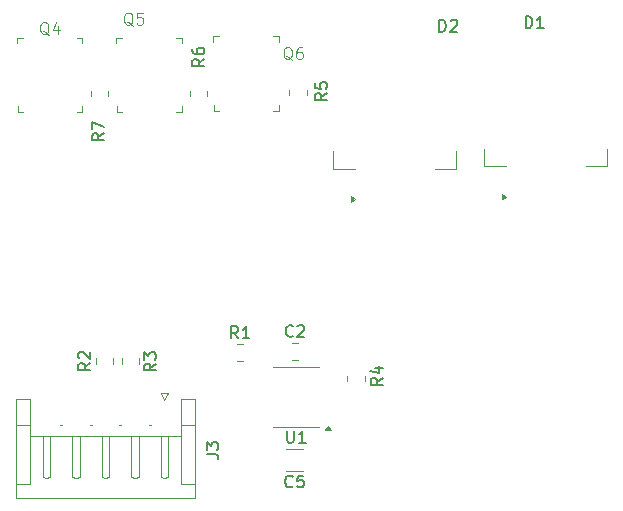
<source format=gbr>
%TF.GenerationSoftware,KiCad,Pcbnew,8.0.0*%
%TF.CreationDate,2024-03-24T11:48:13-04:00*%
%TF.ProjectId,coil-driver,636f696c-2d64-4726-9976-65722e6b6963,rev?*%
%TF.SameCoordinates,Original*%
%TF.FileFunction,Legend,Top*%
%TF.FilePolarity,Positive*%
%FSLAX46Y46*%
G04 Gerber Fmt 4.6, Leading zero omitted, Abs format (unit mm)*
G04 Created by KiCad (PCBNEW 8.0.0) date 2024-03-24 11:48:13*
%MOMM*%
%LPD*%
G01*
G04 APERTURE LIST*
%ADD10C,0.100000*%
%ADD11C,0.150000*%
%ADD12C,0.120000*%
G04 APERTURE END LIST*
D10*
X106404761Y-105752657D02*
X106309523Y-105705038D01*
X106309523Y-105705038D02*
X106214285Y-105609800D01*
X106214285Y-105609800D02*
X106071428Y-105466942D01*
X106071428Y-105466942D02*
X105976190Y-105419323D01*
X105976190Y-105419323D02*
X105880952Y-105419323D01*
X105928571Y-105657419D02*
X105833333Y-105609800D01*
X105833333Y-105609800D02*
X105738095Y-105514561D01*
X105738095Y-105514561D02*
X105690476Y-105324085D01*
X105690476Y-105324085D02*
X105690476Y-104990752D01*
X105690476Y-104990752D02*
X105738095Y-104800276D01*
X105738095Y-104800276D02*
X105833333Y-104705038D01*
X105833333Y-104705038D02*
X105928571Y-104657419D01*
X105928571Y-104657419D02*
X106119047Y-104657419D01*
X106119047Y-104657419D02*
X106214285Y-104705038D01*
X106214285Y-104705038D02*
X106309523Y-104800276D01*
X106309523Y-104800276D02*
X106357142Y-104990752D01*
X106357142Y-104990752D02*
X106357142Y-105324085D01*
X106357142Y-105324085D02*
X106309523Y-105514561D01*
X106309523Y-105514561D02*
X106214285Y-105609800D01*
X106214285Y-105609800D02*
X106119047Y-105657419D01*
X106119047Y-105657419D02*
X105928571Y-105657419D01*
X107261904Y-104657419D02*
X106785714Y-104657419D01*
X106785714Y-104657419D02*
X106738095Y-105133609D01*
X106738095Y-105133609D02*
X106785714Y-105085990D01*
X106785714Y-105085990D02*
X106880952Y-105038371D01*
X106880952Y-105038371D02*
X107119047Y-105038371D01*
X107119047Y-105038371D02*
X107214285Y-105085990D01*
X107214285Y-105085990D02*
X107261904Y-105133609D01*
X107261904Y-105133609D02*
X107309523Y-105228847D01*
X107309523Y-105228847D02*
X107309523Y-105466942D01*
X107309523Y-105466942D02*
X107261904Y-105562180D01*
X107261904Y-105562180D02*
X107214285Y-105609800D01*
X107214285Y-105609800D02*
X107119047Y-105657419D01*
X107119047Y-105657419D02*
X106880952Y-105657419D01*
X106880952Y-105657419D02*
X106785714Y-105609800D01*
X106785714Y-105609800D02*
X106738095Y-105562180D01*
D11*
X139661905Y-105954819D02*
X139661905Y-104954819D01*
X139661905Y-104954819D02*
X139900000Y-104954819D01*
X139900000Y-104954819D02*
X140042857Y-105002438D01*
X140042857Y-105002438D02*
X140138095Y-105097676D01*
X140138095Y-105097676D02*
X140185714Y-105192914D01*
X140185714Y-105192914D02*
X140233333Y-105383390D01*
X140233333Y-105383390D02*
X140233333Y-105526247D01*
X140233333Y-105526247D02*
X140185714Y-105716723D01*
X140185714Y-105716723D02*
X140138095Y-105811961D01*
X140138095Y-105811961D02*
X140042857Y-105907200D01*
X140042857Y-105907200D02*
X139900000Y-105954819D01*
X139900000Y-105954819D02*
X139661905Y-105954819D01*
X141185714Y-105954819D02*
X140614286Y-105954819D01*
X140900000Y-105954819D02*
X140900000Y-104954819D01*
X140900000Y-104954819D02*
X140804762Y-105097676D01*
X140804762Y-105097676D02*
X140709524Y-105192914D01*
X140709524Y-105192914D02*
X140614286Y-105240533D01*
X119970833Y-132009580D02*
X119923214Y-132057200D01*
X119923214Y-132057200D02*
X119780357Y-132104819D01*
X119780357Y-132104819D02*
X119685119Y-132104819D01*
X119685119Y-132104819D02*
X119542262Y-132057200D01*
X119542262Y-132057200D02*
X119447024Y-131961961D01*
X119447024Y-131961961D02*
X119399405Y-131866723D01*
X119399405Y-131866723D02*
X119351786Y-131676247D01*
X119351786Y-131676247D02*
X119351786Y-131533390D01*
X119351786Y-131533390D02*
X119399405Y-131342914D01*
X119399405Y-131342914D02*
X119447024Y-131247676D01*
X119447024Y-131247676D02*
X119542262Y-131152438D01*
X119542262Y-131152438D02*
X119685119Y-131104819D01*
X119685119Y-131104819D02*
X119780357Y-131104819D01*
X119780357Y-131104819D02*
X119923214Y-131152438D01*
X119923214Y-131152438D02*
X119970833Y-131200057D01*
X120351786Y-131200057D02*
X120399405Y-131152438D01*
X120399405Y-131152438D02*
X120494643Y-131104819D01*
X120494643Y-131104819D02*
X120732738Y-131104819D01*
X120732738Y-131104819D02*
X120827976Y-131152438D01*
X120827976Y-131152438D02*
X120875595Y-131200057D01*
X120875595Y-131200057D02*
X120923214Y-131295295D01*
X120923214Y-131295295D02*
X120923214Y-131390533D01*
X120923214Y-131390533D02*
X120875595Y-131533390D01*
X120875595Y-131533390D02*
X120304167Y-132104819D01*
X120304167Y-132104819D02*
X120923214Y-132104819D01*
X119463095Y-140049819D02*
X119463095Y-140859342D01*
X119463095Y-140859342D02*
X119510714Y-140954580D01*
X119510714Y-140954580D02*
X119558333Y-141002200D01*
X119558333Y-141002200D02*
X119653571Y-141049819D01*
X119653571Y-141049819D02*
X119844047Y-141049819D01*
X119844047Y-141049819D02*
X119939285Y-141002200D01*
X119939285Y-141002200D02*
X119986904Y-140954580D01*
X119986904Y-140954580D02*
X120034523Y-140859342D01*
X120034523Y-140859342D02*
X120034523Y-140049819D01*
X121034523Y-141049819D02*
X120463095Y-141049819D01*
X120748809Y-141049819D02*
X120748809Y-140049819D01*
X120748809Y-140049819D02*
X120653571Y-140192676D01*
X120653571Y-140192676D02*
X120558333Y-140287914D01*
X120558333Y-140287914D02*
X120463095Y-140335533D01*
X112654819Y-142033333D02*
X113369104Y-142033333D01*
X113369104Y-142033333D02*
X113511961Y-142080952D01*
X113511961Y-142080952D02*
X113607200Y-142176190D01*
X113607200Y-142176190D02*
X113654819Y-142319047D01*
X113654819Y-142319047D02*
X113654819Y-142414285D01*
X112654819Y-141652380D02*
X112654819Y-141033333D01*
X112654819Y-141033333D02*
X113035771Y-141366666D01*
X113035771Y-141366666D02*
X113035771Y-141223809D01*
X113035771Y-141223809D02*
X113083390Y-141128571D01*
X113083390Y-141128571D02*
X113131009Y-141080952D01*
X113131009Y-141080952D02*
X113226247Y-141033333D01*
X113226247Y-141033333D02*
X113464342Y-141033333D01*
X113464342Y-141033333D02*
X113559580Y-141080952D01*
X113559580Y-141080952D02*
X113607200Y-141128571D01*
X113607200Y-141128571D02*
X113654819Y-141223809D01*
X113654819Y-141223809D02*
X113654819Y-141509523D01*
X113654819Y-141509523D02*
X113607200Y-141604761D01*
X113607200Y-141604761D02*
X113559580Y-141652380D01*
X127554819Y-135566666D02*
X127078628Y-135899999D01*
X127554819Y-136138094D02*
X126554819Y-136138094D01*
X126554819Y-136138094D02*
X126554819Y-135757142D01*
X126554819Y-135757142D02*
X126602438Y-135661904D01*
X126602438Y-135661904D02*
X126650057Y-135614285D01*
X126650057Y-135614285D02*
X126745295Y-135566666D01*
X126745295Y-135566666D02*
X126888152Y-135566666D01*
X126888152Y-135566666D02*
X126983390Y-135614285D01*
X126983390Y-135614285D02*
X127031009Y-135661904D01*
X127031009Y-135661904D02*
X127078628Y-135757142D01*
X127078628Y-135757142D02*
X127078628Y-136138094D01*
X126888152Y-134709523D02*
X127554819Y-134709523D01*
X126507200Y-134947618D02*
X127221485Y-135185713D01*
X127221485Y-135185713D02*
X127221485Y-134566666D01*
X112454819Y-108566666D02*
X111978628Y-108899999D01*
X112454819Y-109138094D02*
X111454819Y-109138094D01*
X111454819Y-109138094D02*
X111454819Y-108757142D01*
X111454819Y-108757142D02*
X111502438Y-108661904D01*
X111502438Y-108661904D02*
X111550057Y-108614285D01*
X111550057Y-108614285D02*
X111645295Y-108566666D01*
X111645295Y-108566666D02*
X111788152Y-108566666D01*
X111788152Y-108566666D02*
X111883390Y-108614285D01*
X111883390Y-108614285D02*
X111931009Y-108661904D01*
X111931009Y-108661904D02*
X111978628Y-108757142D01*
X111978628Y-108757142D02*
X111978628Y-109138094D01*
X111454819Y-107709523D02*
X111454819Y-107899999D01*
X111454819Y-107899999D02*
X111502438Y-107995237D01*
X111502438Y-107995237D02*
X111550057Y-108042856D01*
X111550057Y-108042856D02*
X111692914Y-108138094D01*
X111692914Y-108138094D02*
X111883390Y-108185713D01*
X111883390Y-108185713D02*
X112264342Y-108185713D01*
X112264342Y-108185713D02*
X112359580Y-108138094D01*
X112359580Y-108138094D02*
X112407200Y-108090475D01*
X112407200Y-108090475D02*
X112454819Y-107995237D01*
X112454819Y-107995237D02*
X112454819Y-107804761D01*
X112454819Y-107804761D02*
X112407200Y-107709523D01*
X112407200Y-107709523D02*
X112359580Y-107661904D01*
X112359580Y-107661904D02*
X112264342Y-107614285D01*
X112264342Y-107614285D02*
X112026247Y-107614285D01*
X112026247Y-107614285D02*
X111931009Y-107661904D01*
X111931009Y-107661904D02*
X111883390Y-107709523D01*
X111883390Y-107709523D02*
X111835771Y-107804761D01*
X111835771Y-107804761D02*
X111835771Y-107995237D01*
X111835771Y-107995237D02*
X111883390Y-108090475D01*
X111883390Y-108090475D02*
X111931009Y-108138094D01*
X111931009Y-108138094D02*
X112026247Y-108185713D01*
X122854819Y-111466666D02*
X122378628Y-111799999D01*
X122854819Y-112038094D02*
X121854819Y-112038094D01*
X121854819Y-112038094D02*
X121854819Y-111657142D01*
X121854819Y-111657142D02*
X121902438Y-111561904D01*
X121902438Y-111561904D02*
X121950057Y-111514285D01*
X121950057Y-111514285D02*
X122045295Y-111466666D01*
X122045295Y-111466666D02*
X122188152Y-111466666D01*
X122188152Y-111466666D02*
X122283390Y-111514285D01*
X122283390Y-111514285D02*
X122331009Y-111561904D01*
X122331009Y-111561904D02*
X122378628Y-111657142D01*
X122378628Y-111657142D02*
X122378628Y-112038094D01*
X121854819Y-110561904D02*
X121854819Y-111038094D01*
X121854819Y-111038094D02*
X122331009Y-111085713D01*
X122331009Y-111085713D02*
X122283390Y-111038094D01*
X122283390Y-111038094D02*
X122235771Y-110942856D01*
X122235771Y-110942856D02*
X122235771Y-110704761D01*
X122235771Y-110704761D02*
X122283390Y-110609523D01*
X122283390Y-110609523D02*
X122331009Y-110561904D01*
X122331009Y-110561904D02*
X122426247Y-110514285D01*
X122426247Y-110514285D02*
X122664342Y-110514285D01*
X122664342Y-110514285D02*
X122759580Y-110561904D01*
X122759580Y-110561904D02*
X122807200Y-110609523D01*
X122807200Y-110609523D02*
X122854819Y-110704761D01*
X122854819Y-110704761D02*
X122854819Y-110942856D01*
X122854819Y-110942856D02*
X122807200Y-111038094D01*
X122807200Y-111038094D02*
X122759580Y-111085713D01*
D10*
X99304761Y-106552657D02*
X99209523Y-106505038D01*
X99209523Y-106505038D02*
X99114285Y-106409800D01*
X99114285Y-106409800D02*
X98971428Y-106266942D01*
X98971428Y-106266942D02*
X98876190Y-106219323D01*
X98876190Y-106219323D02*
X98780952Y-106219323D01*
X98828571Y-106457419D02*
X98733333Y-106409800D01*
X98733333Y-106409800D02*
X98638095Y-106314561D01*
X98638095Y-106314561D02*
X98590476Y-106124085D01*
X98590476Y-106124085D02*
X98590476Y-105790752D01*
X98590476Y-105790752D02*
X98638095Y-105600276D01*
X98638095Y-105600276D02*
X98733333Y-105505038D01*
X98733333Y-105505038D02*
X98828571Y-105457419D01*
X98828571Y-105457419D02*
X99019047Y-105457419D01*
X99019047Y-105457419D02*
X99114285Y-105505038D01*
X99114285Y-105505038D02*
X99209523Y-105600276D01*
X99209523Y-105600276D02*
X99257142Y-105790752D01*
X99257142Y-105790752D02*
X99257142Y-106124085D01*
X99257142Y-106124085D02*
X99209523Y-106314561D01*
X99209523Y-106314561D02*
X99114285Y-106409800D01*
X99114285Y-106409800D02*
X99019047Y-106457419D01*
X99019047Y-106457419D02*
X98828571Y-106457419D01*
X100114285Y-105790752D02*
X100114285Y-106457419D01*
X99876190Y-105409800D02*
X99638095Y-106124085D01*
X99638095Y-106124085D02*
X100257142Y-106124085D01*
D11*
X119933333Y-144739580D02*
X119885714Y-144787200D01*
X119885714Y-144787200D02*
X119742857Y-144834819D01*
X119742857Y-144834819D02*
X119647619Y-144834819D01*
X119647619Y-144834819D02*
X119504762Y-144787200D01*
X119504762Y-144787200D02*
X119409524Y-144691961D01*
X119409524Y-144691961D02*
X119361905Y-144596723D01*
X119361905Y-144596723D02*
X119314286Y-144406247D01*
X119314286Y-144406247D02*
X119314286Y-144263390D01*
X119314286Y-144263390D02*
X119361905Y-144072914D01*
X119361905Y-144072914D02*
X119409524Y-143977676D01*
X119409524Y-143977676D02*
X119504762Y-143882438D01*
X119504762Y-143882438D02*
X119647619Y-143834819D01*
X119647619Y-143834819D02*
X119742857Y-143834819D01*
X119742857Y-143834819D02*
X119885714Y-143882438D01*
X119885714Y-143882438D02*
X119933333Y-143930057D01*
X120838095Y-143834819D02*
X120361905Y-143834819D01*
X120361905Y-143834819D02*
X120314286Y-144311009D01*
X120314286Y-144311009D02*
X120361905Y-144263390D01*
X120361905Y-144263390D02*
X120457143Y-144215771D01*
X120457143Y-144215771D02*
X120695238Y-144215771D01*
X120695238Y-144215771D02*
X120790476Y-144263390D01*
X120790476Y-144263390D02*
X120838095Y-144311009D01*
X120838095Y-144311009D02*
X120885714Y-144406247D01*
X120885714Y-144406247D02*
X120885714Y-144644342D01*
X120885714Y-144644342D02*
X120838095Y-144739580D01*
X120838095Y-144739580D02*
X120790476Y-144787200D01*
X120790476Y-144787200D02*
X120695238Y-144834819D01*
X120695238Y-144834819D02*
X120457143Y-144834819D01*
X120457143Y-144834819D02*
X120361905Y-144787200D01*
X120361905Y-144787200D02*
X120314286Y-144739580D01*
X102798647Y-134304726D02*
X102322456Y-134638059D01*
X102798647Y-134876154D02*
X101798647Y-134876154D01*
X101798647Y-134876154D02*
X101798647Y-134495202D01*
X101798647Y-134495202D02*
X101846266Y-134399964D01*
X101846266Y-134399964D02*
X101893885Y-134352345D01*
X101893885Y-134352345D02*
X101989123Y-134304726D01*
X101989123Y-134304726D02*
X102131980Y-134304726D01*
X102131980Y-134304726D02*
X102227218Y-134352345D01*
X102227218Y-134352345D02*
X102274837Y-134399964D01*
X102274837Y-134399964D02*
X102322456Y-134495202D01*
X102322456Y-134495202D02*
X102322456Y-134876154D01*
X101893885Y-133923773D02*
X101846266Y-133876154D01*
X101846266Y-133876154D02*
X101798647Y-133780916D01*
X101798647Y-133780916D02*
X101798647Y-133542821D01*
X101798647Y-133542821D02*
X101846266Y-133447583D01*
X101846266Y-133447583D02*
X101893885Y-133399964D01*
X101893885Y-133399964D02*
X101989123Y-133352345D01*
X101989123Y-133352345D02*
X102084361Y-133352345D01*
X102084361Y-133352345D02*
X102227218Y-133399964D01*
X102227218Y-133399964D02*
X102798647Y-133971392D01*
X102798647Y-133971392D02*
X102798647Y-133352345D01*
X103954819Y-114866666D02*
X103478628Y-115199999D01*
X103954819Y-115438094D02*
X102954819Y-115438094D01*
X102954819Y-115438094D02*
X102954819Y-115057142D01*
X102954819Y-115057142D02*
X103002438Y-114961904D01*
X103002438Y-114961904D02*
X103050057Y-114914285D01*
X103050057Y-114914285D02*
X103145295Y-114866666D01*
X103145295Y-114866666D02*
X103288152Y-114866666D01*
X103288152Y-114866666D02*
X103383390Y-114914285D01*
X103383390Y-114914285D02*
X103431009Y-114961904D01*
X103431009Y-114961904D02*
X103478628Y-115057142D01*
X103478628Y-115057142D02*
X103478628Y-115438094D01*
X102954819Y-114533332D02*
X102954819Y-113866666D01*
X102954819Y-113866666D02*
X103954819Y-114295237D01*
X115333333Y-132204819D02*
X115000000Y-131728628D01*
X114761905Y-132204819D02*
X114761905Y-131204819D01*
X114761905Y-131204819D02*
X115142857Y-131204819D01*
X115142857Y-131204819D02*
X115238095Y-131252438D01*
X115238095Y-131252438D02*
X115285714Y-131300057D01*
X115285714Y-131300057D02*
X115333333Y-131395295D01*
X115333333Y-131395295D02*
X115333333Y-131538152D01*
X115333333Y-131538152D02*
X115285714Y-131633390D01*
X115285714Y-131633390D02*
X115238095Y-131681009D01*
X115238095Y-131681009D02*
X115142857Y-131728628D01*
X115142857Y-131728628D02*
X114761905Y-131728628D01*
X116285714Y-132204819D02*
X115714286Y-132204819D01*
X116000000Y-132204819D02*
X116000000Y-131204819D01*
X116000000Y-131204819D02*
X115904762Y-131347676D01*
X115904762Y-131347676D02*
X115809524Y-131442914D01*
X115809524Y-131442914D02*
X115714286Y-131490533D01*
D10*
X119904761Y-108652657D02*
X119809523Y-108605038D01*
X119809523Y-108605038D02*
X119714285Y-108509800D01*
X119714285Y-108509800D02*
X119571428Y-108366942D01*
X119571428Y-108366942D02*
X119476190Y-108319323D01*
X119476190Y-108319323D02*
X119380952Y-108319323D01*
X119428571Y-108557419D02*
X119333333Y-108509800D01*
X119333333Y-108509800D02*
X119238095Y-108414561D01*
X119238095Y-108414561D02*
X119190476Y-108224085D01*
X119190476Y-108224085D02*
X119190476Y-107890752D01*
X119190476Y-107890752D02*
X119238095Y-107700276D01*
X119238095Y-107700276D02*
X119333333Y-107605038D01*
X119333333Y-107605038D02*
X119428571Y-107557419D01*
X119428571Y-107557419D02*
X119619047Y-107557419D01*
X119619047Y-107557419D02*
X119714285Y-107605038D01*
X119714285Y-107605038D02*
X119809523Y-107700276D01*
X119809523Y-107700276D02*
X119857142Y-107890752D01*
X119857142Y-107890752D02*
X119857142Y-108224085D01*
X119857142Y-108224085D02*
X119809523Y-108414561D01*
X119809523Y-108414561D02*
X119714285Y-108509800D01*
X119714285Y-108509800D02*
X119619047Y-108557419D01*
X119619047Y-108557419D02*
X119428571Y-108557419D01*
X120714285Y-107557419D02*
X120523809Y-107557419D01*
X120523809Y-107557419D02*
X120428571Y-107605038D01*
X120428571Y-107605038D02*
X120380952Y-107652657D01*
X120380952Y-107652657D02*
X120285714Y-107795514D01*
X120285714Y-107795514D02*
X120238095Y-107985990D01*
X120238095Y-107985990D02*
X120238095Y-108366942D01*
X120238095Y-108366942D02*
X120285714Y-108462180D01*
X120285714Y-108462180D02*
X120333333Y-108509800D01*
X120333333Y-108509800D02*
X120428571Y-108557419D01*
X120428571Y-108557419D02*
X120619047Y-108557419D01*
X120619047Y-108557419D02*
X120714285Y-108509800D01*
X120714285Y-108509800D02*
X120761904Y-108462180D01*
X120761904Y-108462180D02*
X120809523Y-108366942D01*
X120809523Y-108366942D02*
X120809523Y-108128847D01*
X120809523Y-108128847D02*
X120761904Y-108033609D01*
X120761904Y-108033609D02*
X120714285Y-107985990D01*
X120714285Y-107985990D02*
X120619047Y-107938371D01*
X120619047Y-107938371D02*
X120428571Y-107938371D01*
X120428571Y-107938371D02*
X120333333Y-107985990D01*
X120333333Y-107985990D02*
X120285714Y-108033609D01*
X120285714Y-108033609D02*
X120238095Y-108128847D01*
D11*
X108354819Y-134366666D02*
X107878628Y-134699999D01*
X108354819Y-134938094D02*
X107354819Y-134938094D01*
X107354819Y-134938094D02*
X107354819Y-134557142D01*
X107354819Y-134557142D02*
X107402438Y-134461904D01*
X107402438Y-134461904D02*
X107450057Y-134414285D01*
X107450057Y-134414285D02*
X107545295Y-134366666D01*
X107545295Y-134366666D02*
X107688152Y-134366666D01*
X107688152Y-134366666D02*
X107783390Y-134414285D01*
X107783390Y-134414285D02*
X107831009Y-134461904D01*
X107831009Y-134461904D02*
X107878628Y-134557142D01*
X107878628Y-134557142D02*
X107878628Y-134938094D01*
X107354819Y-134033332D02*
X107354819Y-133414285D01*
X107354819Y-133414285D02*
X107735771Y-133747618D01*
X107735771Y-133747618D02*
X107735771Y-133604761D01*
X107735771Y-133604761D02*
X107783390Y-133509523D01*
X107783390Y-133509523D02*
X107831009Y-133461904D01*
X107831009Y-133461904D02*
X107926247Y-133414285D01*
X107926247Y-133414285D02*
X108164342Y-133414285D01*
X108164342Y-133414285D02*
X108259580Y-133461904D01*
X108259580Y-133461904D02*
X108307200Y-133509523D01*
X108307200Y-133509523D02*
X108354819Y-133604761D01*
X108354819Y-133604761D02*
X108354819Y-133890475D01*
X108354819Y-133890475D02*
X108307200Y-133985713D01*
X108307200Y-133985713D02*
X108259580Y-134033332D01*
X132361905Y-106254819D02*
X132361905Y-105254819D01*
X132361905Y-105254819D02*
X132600000Y-105254819D01*
X132600000Y-105254819D02*
X132742857Y-105302438D01*
X132742857Y-105302438D02*
X132838095Y-105397676D01*
X132838095Y-105397676D02*
X132885714Y-105492914D01*
X132885714Y-105492914D02*
X132933333Y-105683390D01*
X132933333Y-105683390D02*
X132933333Y-105826247D01*
X132933333Y-105826247D02*
X132885714Y-106016723D01*
X132885714Y-106016723D02*
X132838095Y-106111961D01*
X132838095Y-106111961D02*
X132742857Y-106207200D01*
X132742857Y-106207200D02*
X132600000Y-106254819D01*
X132600000Y-106254819D02*
X132361905Y-106254819D01*
X133314286Y-105350057D02*
X133361905Y-105302438D01*
X133361905Y-105302438D02*
X133457143Y-105254819D01*
X133457143Y-105254819D02*
X133695238Y-105254819D01*
X133695238Y-105254819D02*
X133790476Y-105302438D01*
X133790476Y-105302438D02*
X133838095Y-105350057D01*
X133838095Y-105350057D02*
X133885714Y-105445295D01*
X133885714Y-105445295D02*
X133885714Y-105540533D01*
X133885714Y-105540533D02*
X133838095Y-105683390D01*
X133838095Y-105683390D02*
X133266667Y-106254819D01*
X133266667Y-106254819D02*
X133885714Y-106254819D01*
D10*
%TO.C,Q5*%
X105025000Y-107250000D02*
X105025000Y-106750000D01*
X105050000Y-113050000D02*
X105050000Y-112550000D01*
X105050000Y-113050000D02*
X105500000Y-113050000D01*
X105475000Y-106750000D02*
X105025000Y-106750000D01*
X110550000Y-106750000D02*
X110100000Y-106750000D01*
X110550000Y-107250000D02*
X110550000Y-106750000D01*
X110550000Y-113050000D02*
X110100000Y-113050000D01*
X110550000Y-113050000D02*
X110550000Y-112550000D01*
D12*
%TO.C,D1*%
X136175000Y-116150000D02*
X136175000Y-117650000D01*
X136175000Y-117650000D02*
X137985000Y-117650000D01*
X146575000Y-116150000D02*
X146575000Y-117650000D01*
X146575000Y-117650000D02*
X144765000Y-117650000D01*
X137985000Y-120212500D02*
X137655000Y-120452500D01*
X137655000Y-119972500D01*
X137985000Y-120212500D01*
G36*
X137985000Y-120212500D02*
G01*
X137655000Y-120452500D01*
X137655000Y-119972500D01*
X137985000Y-120212500D01*
G37*
%TO.C,C2*%
X119876248Y-132595000D02*
X120398752Y-132595000D01*
X119876248Y-134065000D02*
X120398752Y-134065000D01*
%TO.C,U1*%
X120225000Y-134635000D02*
X118275000Y-134635000D01*
X120225000Y-134635000D02*
X122175000Y-134635000D01*
X120225000Y-139755000D02*
X118275000Y-139755000D01*
X120225000Y-139755000D02*
X122175000Y-139755000D01*
X123165000Y-139990000D02*
X122685000Y-139990000D01*
X122925000Y-139660000D01*
X123165000Y-139990000D01*
G36*
X123165000Y-139990000D02*
G01*
X122685000Y-139990000D01*
X122925000Y-139660000D01*
X123165000Y-139990000D01*
G37*
%TO.C,J3*%
X96483828Y-137328060D02*
X97703828Y-137328060D01*
X96483828Y-144528060D02*
X97703828Y-144528060D01*
X96483828Y-145748060D02*
X96483828Y-137328060D01*
X97703828Y-137328060D02*
X97703828Y-139528060D01*
X97703828Y-139528060D02*
X96483828Y-139528060D01*
X97703828Y-144528060D02*
X97703828Y-139528060D01*
X98773828Y-140528060D02*
X99093828Y-140528060D01*
X98773828Y-143948060D02*
X98773828Y-140528060D01*
X99093828Y-140528060D02*
X99413828Y-140528060D01*
X99093828Y-144028060D02*
X98773828Y-143948060D01*
X99413828Y-140528060D02*
X99413828Y-143948060D01*
X99413828Y-143948060D02*
X99093828Y-144028060D01*
X100423828Y-139528060D02*
X100263828Y-139528060D01*
X101273828Y-140528060D02*
X101593828Y-140528060D01*
X101273828Y-143948060D02*
X101273828Y-140528060D01*
X101593828Y-140528060D02*
X101913828Y-140528060D01*
X101593828Y-144028060D02*
X101273828Y-143948060D01*
X101913828Y-140528060D02*
X101913828Y-143948060D01*
X101913828Y-143948060D02*
X101593828Y-144028060D01*
X102923828Y-139528060D02*
X102763828Y-139528060D01*
X103773828Y-140528060D02*
X104093828Y-140528060D01*
X103773828Y-143948060D02*
X103773828Y-140528060D01*
X104093828Y-140528060D02*
X104413828Y-140528060D01*
X104093828Y-144028060D02*
X103773828Y-143948060D01*
X104413828Y-140528060D02*
X104413828Y-143948060D01*
X104413828Y-143948060D02*
X104093828Y-144028060D01*
X105423828Y-139528060D02*
X105263828Y-139528060D01*
X106273828Y-140528060D02*
X106593828Y-140528060D01*
X106273828Y-143948060D02*
X106273828Y-140528060D01*
X106593828Y-140528060D02*
X106913828Y-140528060D01*
X106593828Y-144028060D02*
X106273828Y-143948060D01*
X106913828Y-140528060D02*
X106913828Y-143948060D01*
X106913828Y-143948060D02*
X106593828Y-144028060D01*
X107923828Y-139528060D02*
X107763828Y-139528060D01*
X108773828Y-140528060D02*
X109093828Y-140528060D01*
X108773828Y-143948060D02*
X108773828Y-140528060D01*
X108793828Y-136838060D02*
X109093828Y-137438060D01*
X109093828Y-137438060D02*
X109393828Y-136838060D01*
X109093828Y-140528060D02*
X109413828Y-140528060D01*
X109093828Y-144028060D02*
X108773828Y-143948060D01*
X109393828Y-136838060D02*
X108793828Y-136838060D01*
X109413828Y-140528060D02*
X109413828Y-143948060D01*
X109413828Y-143948060D02*
X109093828Y-144028060D01*
X110483828Y-137328060D02*
X111703828Y-137328060D01*
X110483828Y-139528060D02*
X110483828Y-137328060D01*
X110483828Y-139528060D02*
X111703828Y-139528060D01*
X110483828Y-140528060D02*
X97703828Y-140528060D01*
X110483828Y-144528060D02*
X110483828Y-139528060D01*
X111703828Y-137328060D02*
X111703828Y-145748060D01*
X111703828Y-144528060D02*
X110483828Y-144528060D01*
X111703828Y-145748060D02*
X96483828Y-145748060D01*
%TO.C,R4*%
X124565000Y-135857064D02*
X124565000Y-135402936D01*
X126035000Y-135857064D02*
X126035000Y-135402936D01*
%TO.C,R6*%
X111265000Y-111272936D02*
X111265000Y-111727064D01*
X112735000Y-111272936D02*
X112735000Y-111727064D01*
%TO.C,R5*%
X119665000Y-111627064D02*
X119665000Y-111172936D01*
X121135000Y-111627064D02*
X121135000Y-111172936D01*
D10*
%TO.C,Q4*%
X96625000Y-107250000D02*
X96625000Y-106750000D01*
X96650000Y-113050000D02*
X96650000Y-112550000D01*
X96650000Y-113050000D02*
X97100000Y-113050000D01*
X97075000Y-106750000D02*
X96625000Y-106750000D01*
X102150000Y-106750000D02*
X101700000Y-106750000D01*
X102150000Y-107250000D02*
X102150000Y-106750000D01*
X102150000Y-113050000D02*
X101700000Y-113050000D01*
X102150000Y-113050000D02*
X102150000Y-112550000D01*
D12*
%TO.C,C5*%
X120811252Y-141620000D02*
X119388748Y-141620000D01*
X120811252Y-143440000D02*
X119388748Y-143440000D01*
%TO.C,R2*%
X103258828Y-134365124D02*
X103258828Y-133910996D01*
X104728828Y-134365124D02*
X104728828Y-133910996D01*
%TO.C,R7*%
X102865000Y-111272936D02*
X102865000Y-111727064D01*
X104335000Y-111272936D02*
X104335000Y-111727064D01*
%TO.C,R1*%
X115272936Y-132665000D02*
X115727064Y-132665000D01*
X115272936Y-134135000D02*
X115727064Y-134135000D01*
D10*
%TO.C,Q6*%
X113230000Y-107150000D02*
X113230000Y-106650000D01*
X113255000Y-112950000D02*
X113255000Y-112450000D01*
X113255000Y-112950000D02*
X113705000Y-112950000D01*
X113680000Y-106650000D02*
X113230000Y-106650000D01*
X118755000Y-106650000D02*
X118305000Y-106650000D01*
X118755000Y-107150000D02*
X118755000Y-106650000D01*
X118755000Y-112950000D02*
X118305000Y-112950000D01*
X118755000Y-112950000D02*
X118755000Y-112450000D01*
D12*
%TO.C,R3*%
X105458828Y-134365124D02*
X105458828Y-133910996D01*
X106928828Y-134365124D02*
X106928828Y-133910996D01*
%TO.C,D2*%
X123375000Y-116350000D02*
X123375000Y-117850000D01*
X123375000Y-117850000D02*
X125185000Y-117850000D01*
X133775000Y-116350000D02*
X133775000Y-117850000D01*
X133775000Y-117850000D02*
X131965000Y-117850000D01*
X125185000Y-120412500D02*
X124855000Y-120652500D01*
X124855000Y-120172500D01*
X125185000Y-120412500D01*
G36*
X125185000Y-120412500D02*
G01*
X124855000Y-120652500D01*
X124855000Y-120172500D01*
X125185000Y-120412500D01*
G37*
%TD*%
M02*

</source>
